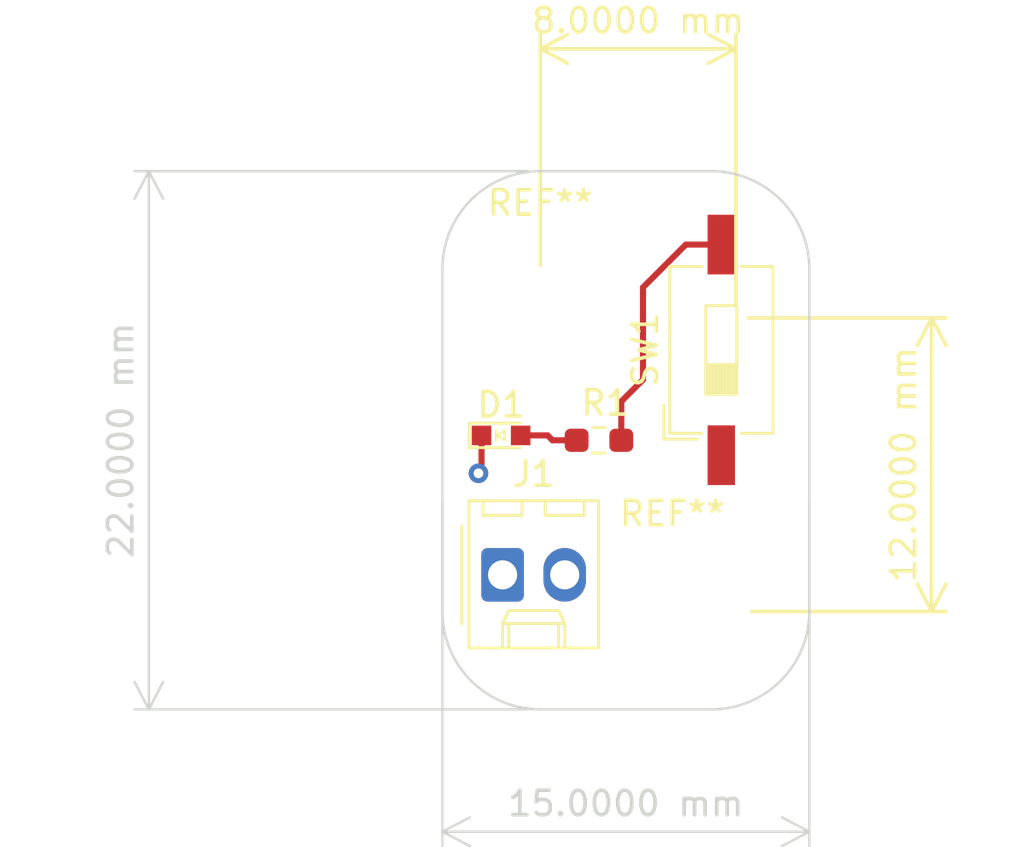
<source format=kicad_pcb>
(kicad_pcb (version 20240108) (generator "pcbnew") (generator_version "8.0")
  (title_block (title "LED Project") (date "2022-08-16") (rev "0.0") (company "Illini Solar Car") (comment 1 "Designed By: Kaiyang Sun"))
  (layers (0 "F.Cu" signal) (31 "B.Cu" signal) (34 "B.Paste" user) (35 "F.Paste" user) (36 "B.SilkS" user "B.Silkscreen") (37 "F.SilkS" user "F.Silkscreen") (38 "B.Mask" user) (39 "F.Mask" user) (44 "Edge.Cuts" user))
  (net 0 "")
  (net 1 "GND")
  (net 2 "Net-(D1-A)")
  (net 3 "+3V3")
  (net 4 "Net-(R1-Pad1)")
  (footprint "Button_Switch_SMD:SW_DIP_SPSTx01_Slide_6.7x4.1mm_W8.61mm_P2.54mm_LowProfile" (layer "F.Cu") (at 133.4 92.305 90)
    (property "Reference" "SW1" (at 0 -3.11 90) (layer "F.SilkS"))
    (property "Value" "SW_Push")
    (fp_line (start -3.65 -2.35) (end -2.267 -2.35) (stroke (width 0.12)) (layer "F.SilkS"))
    (fp_line (start -3.65 -2.35) (end -3.65 -0.967) (stroke (width 0.12)) (layer "F.SilkS"))
    (fp_line (start 3.41 -2.11) (end 3.41 -0.8) (stroke (width 0.12)) (layer "F.SilkS"))
    (fp_line (start -3.41 -2.11) (end 3.41 -2.11) (stroke (width 0.12)) (layer "F.SilkS"))
    (fp_line (start -3.41 -2.11) (end -3.41 -0.8) (stroke (width 0.12)) (layer "F.SilkS"))
    (fp_line (start 1.81 -0.635) (end -1.81 -0.635) (stroke (width 0.12)) (layer "F.SilkS"))
    (fp_line (start -0.603333 -0.635) (end -0.603333 0.635) (stroke (width 0.12)) (layer "F.SilkS"))
    (fp_line (start -1.81 -0.635) (end -1.81 0.635) (stroke (width 0.12)) (layer "F.SilkS"))
    (fp_line (start -1.81 -0.515) (end -0.603333 -0.515) (stroke (width 0.12)) (layer "F.SilkS"))
    (fp_line (start -1.81 -0.395) (end -0.603333 -0.395) (stroke (width 0.12)) (layer "F.SilkS"))
    (fp_line (start -1.81 -0.275) (end -0.603333 -0.275) (stroke (width 0.12)) (layer "F.SilkS"))
    (fp_line (start -1.81 -0.155) (end -0.603333 -0.155) (stroke (width 0.12)) (layer "F.SilkS"))
    (fp_line (start -1.81 -0.035) (end -0.603333 -0.035) (stroke (width 0.12)) (layer "F.SilkS"))
    (fp_line (start -1.81 0.085) (end -0.603333 0.085) (stroke (width 0.12)) (layer "F.SilkS"))
    (fp_line (start -1.81 0.205) (end -0.603333 0.205) (stroke (width 0.12)) (layer "F.SilkS"))
    (fp_line (start -1.81 0.325) (end -0.603333 0.325) (stroke (width 0.12)) (layer "F.SilkS"))
    (fp_line (start -1.81 0.445) (end -0.603333 0.445) (stroke (width 0.12)) (layer "F.SilkS"))
    (fp_line (start -1.81 0.565) (end -0.603333 0.565) (stroke (width 0.12)) (layer "F.SilkS"))
    (fp_line (start 1.81 0.635) (end 1.81 -0.635) (stroke (width 0.12)) (layer "F.SilkS"))
    (fp_line (start -1.81 0.635) (end 1.81 0.635) (stroke (width 0.12)) (layer "F.SilkS"))
    (fp_line (start 3.41 0.8) (end 3.41 2.11) (stroke (width 0.12)) (layer "F.SilkS"))
    (fp_line (start -3.41 0.8) (end -3.41 2.11) (stroke (width 0.12)) (layer "F.SilkS"))
    (fp_line (start -3.41 2.11) (end 3.41 2.11) (stroke (width 0.12)) (layer "F.SilkS"))
    (pad "1" smd rect (at -4.305 0 90) (size 2.44 1.12) (layers "F.Cu" "F.Paste" "F.Mask") (net 3 "+3V3"))
    (pad "2" smd rect (at 4.305 0 90) (size 2.44 1.12) (layers "F.Cu" "F.Paste" "F.Mask") (net 4 "Net-(R1-Pad1)"))
  )
  (footprint "layout:LED_0603_Symbol_on_F.SilkS" (layer "F.Cu") (at 124.4 95.8)
    (property "Reference" "D1" (at 0 -1.25 0) (layer "F.SilkS"))
    (property "Value" "LED_RED")
    (fp_line (start -1.3 -0.5) (end -1.3 0.5) (stroke (width 0.12)) (layer "F.SilkS"))
    (fp_line (start -1.3 -0.5) (end 0.8 -0.5) (stroke (width 0.12)) (layer "F.SilkS"))
    (fp_line (start -1.3 0.5) (end 0.8 0.5) (stroke (width 0.12)) (layer "F.SilkS"))
    (fp_line (start -0.2 -0.2) (end -0.2 0.2) (stroke (width 0.1)) (layer "F.SilkS"))
    (fp_line (start -0.15 0) (end 0.15 -0.2) (stroke (width 0.1)) (layer "F.SilkS"))
    (fp_line (start 0.15 -0.2) (end 0.15 0.2) (stroke (width 0.1)) (layer "F.SilkS"))
    (fp_line (start 0.15 0.2) (end -0.15 0) (stroke (width 0.1)) (layer "F.SilkS"))
    (pad "1" smd rect (at -0.8 0 180) (size 0.8 0.8) (layers "F.Cu" "F.Paste" "F.Mask") (net 1 "GND"))
    (pad "2" smd rect (at 0.8 0 180) (size 0.8 0.8) (layers "F.Cu" "F.Paste" "F.Mask") (net 2 "Net-(D1-A)"))
  )
  (footprint "Connector_Molex:Molex_KK-254_AE-6410-02A_1x02_P2.54mm_Vertical" (layer "F.Cu") (at 124.46 101.5)
    (property "Reference" "J1" (at 1.27 -4.12 0) (layer "F.SilkS"))
    (property "Value" "Conn_01x02")
    (fp_line (start -1.67 -2) (end -1.67 2) (stroke (width 0.12)) (layer "F.SilkS"))
    (fp_line (start -1.38 -3.03) (end -1.38 2.99) (stroke (width 0.12)) (layer "F.SilkS"))
    (fp_line (start -1.38 2.99) (end 3.92 2.99) (stroke (width 0.12)) (layer "F.SilkS"))
    (fp_line (start -0.8 -3.03) (end -0.8 -2.43) (stroke (width 0.12)) (layer "F.SilkS"))
    (fp_line (start -0.8 -2.43) (end 0.8 -2.43) (stroke (width 0.12)) (layer "F.SilkS"))
    (fp_line (start 0 1.99) (end 0.25 1.46) (stroke (width 0.12)) (layer "F.SilkS"))
    (fp_line (start 0 1.99) (end 2.54 1.99) (stroke (width 0.12)) (layer "F.SilkS"))
    (fp_line (start 0 2.99) (end 0 1.99) (stroke (width 0.12)) (layer "F.SilkS"))
    (fp_line (start 0.25 1.46) (end 2.29 1.46) (stroke (width 0.12)) (layer "F.SilkS"))
    (fp_line (start 0.25 2.99) (end 0.25 1.99) (stroke (width 0.12)) (layer "F.SilkS"))
    (fp_line (start 0.8 -2.43) (end 0.8 -3.03) (stroke (width 0.12)) (layer "F.SilkS"))
    (fp_line (start 1.74 -3.03) (end 1.74 -2.43) (stroke (width 0.12)) (layer "F.SilkS"))
    (fp_line (start 1.74 -2.43) (end 3.34 -2.43) (stroke (width 0.12)) (layer "F.SilkS"))
    (fp_line (start 2.29 1.46) (end 2.54 1.99) (stroke (width 0.12)) (layer "F.SilkS"))
    (fp_line (start 2.29 2.99) (end 2.29 1.99) (stroke (width 0.12)) (layer "F.SilkS"))
    (fp_line (start 2.54 1.99) (end 2.54 2.99) (stroke (width 0.12)) (layer "F.SilkS"))
    (fp_line (start 3.34 -2.43) (end 3.34 -3.03) (stroke (width 0.12)) (layer "F.SilkS"))
    (fp_line (start 3.92 -3.03) (end -1.38 -3.03) (stroke (width 0.12)) (layer "F.SilkS"))
    (fp_line (start 3.92 2.99) (end 3.92 -3.03) (stroke (width 0.12)) (layer "F.SilkS"))
    (pad "1" thru_hole roundrect (at 0 0) (size 1.74 2.19) (drill 1.19) (layers "*.Cu" "*.Mask") (roundrect_rratio 0.143678) (net 1 "GND"))
    (pad "2" thru_hole oval (at 2.54 0) (size 1.74 2.19) (drill 1.19) (layers "*.Cu" "*.Mask") (net 3 "+3V3"))
  )
  (footprint "MountingHole:MountingHole_3.2mm_M3" (layer "F.Cu") (at 126 90.5)
    (property "Reference" "REF**" (at 0 -4.2 0) (layer "F.SilkS"))
    (property "Value" "MountingHole_3.2mm_M3")
    (pad "" np_thru_hole circle (at 0 0) (size 3.2 3.2) (drill 3.2) (layers "*.Cu" "*.Mask"))
  )
  (footprint "MountingHole:MountingHole_3.2mm_M3" (layer "F.Cu") (at 133 103)
    (property "Reference" "REF**" (at -1.6 -4 0) (layer "F.SilkS"))
    (property "Value" "MountingHole_3.2mm_M3")
    (pad "" np_thru_hole circle (at 0 0) (size 3.2 3.2) (drill 3.2) (layers "*.Cu" "*.Mask"))
  )
  (footprint "Resistor_SMD:R_0603_1608Metric_Pad0.98x0.95mm_HandSolder" (layer "F.Cu") (at 128.4 96 180)
    (property "Reference" "R1" (at -0.25 1.525 360) (layer "F.SilkS"))
    (property "Value" "105")
    (fp_line (start -0.254724 0.5225) (end 0.254724 0.5225) (stroke (width 0.12)) (layer "F.SilkS"))
    (fp_line (start -0.254724 -0.5225) (end 0.254724 -0.5225) (stroke (width 0.12)) (layer "F.SilkS"))
    (pad "1" smd roundrect (at -0.9125 0 180) (size 0.975 0.95) (layers "F.Cu" "F.Paste" "F.Mask") (net 4 "Net-(R1-Pad1)"))
    (pad "2" smd roundrect (at 0.9125 0 180) (size 0.975 0.95) (layers "F.Cu" "F.Paste" "F.Mask") (net 2 "Net-(D1-A)"))
  )
  (gr_arc (start 122 89) (mid 123.171573 86.171573) (end 126 85) (stroke (width 0.1)) (layer "Edge.Cuts"))
  (gr_line (start 137 89) (end 137 103) (stroke (width 0.1)) (layer "Edge.Cuts"))
  (gr_line (start 133 107) (end 126 107) (stroke (width 0.1)) (layer "Edge.Cuts"))
  (gr_arc (start 137 103) (mid 135.828427 105.828427) (end 133 107) (stroke (width 0.1)) (layer "Edge.Cuts"))
  (gr_arc (start 133 85) (mid 135.828427 86.171573) (end 137 89) (stroke (width 0.1)) (layer "Edge.Cuts"))
  (gr_arc (start 126 107) (mid 123.171573 105.828427) (end 122 103) (stroke (width 0.1)) (layer "Edge.Cuts"))
  (gr_line (start 126 85) (end 133 85) (stroke (width 0.1)) (layer "Edge.Cuts"))
  (gr_line (start 122 103) (end 122 89) (stroke (width 0.1)) (layer "Edge.Cuts"))
  (dimension (type orthogonal) (layer "F.SilkS") (pts (xy 126 90.5) (xy 134 91)) (height -10.5) (orientation 0) (gr_text "8.0000 mm" (at 130 78.85 0) (layer "F.SilkS") (effects (font (size 1 1) (thickness 0.15)))) (format (prefix "") (suffix "") (units 3) (units_format 1) (precision 4)) (style (thickness 0.15) (arrow_length 1.27) (text_position_mode 0) (extension_height 0.58642) (extension_offset 0.5) keep_text_aligned))
  (dimension (type orthogonal) (layer "F.SilkS") (pts (xy 133 103) (xy 134 91)) (height 9) (orientation 1) (gr_text "12.0000 mm" (at 140.85 97 90) (layer "F.SilkS") (effects (font (size 1 1) (thickness 0.15)))) (format (prefix "") (suffix "") (units 3) (units_format 1) (precision 4)) (style (thickness 0.15) (arrow_length 1.27) (text_position_mode 0) (extension_height 0.58642) (extension_offset 0.5) keep_text_aligned))
  (dimension (type orthogonal) (layer "Edge.Cuts") (pts (xy 126 85) (xy 126 107)) (height -16) (orientation 1) (gr_text "22.0000 mm" (at 108.85 96 90) (layer "Edge.Cuts") (effects (font (size 1 1) (thickness 0.15)))) (format (prefix "") (suffix "") (units 3) (units_format 1) (precision 4)) (style (thickness 0.1) (arrow_length 1.27) (text_position_mode 0) (extension_height 0.58642) (extension_offset 0.5) keep_text_aligned))
  (dimension (type orthogonal) (layer "Edge.Cuts") (pts (xy 122 98) (xy 137 98)) (height 14) (orientation 0) (gr_text "15.0000 mm" (at 129.5 110.85 0) (layer "Edge.Cuts") (effects (font (size 1 1) (thickness 0.15)))) (format (prefix "") (suffix "") (units 3) (units_format 1) (precision 4)) (style (thickness 0.1) (arrow_length 1.27) (text_position_mode 0) (extension_height 0.58642) (extension_offset 0.5) keep_text_aligned))
  (segment (start 123.6 97.225) (end 123.475 97.35) (width 0.25) (layer "F.Cu") (net 1))
  (segment (start 123.6 95.8) (end 123.6 97.225) (width 0.25) (layer "F.Cu") (net 1))
  (via (at 123.475 97.35) (size 0.8) (drill 0.4) (layers "F.Cu" "B.Cu") (net 1))
  (segment (start 127.4875 96) (end 126.5 96) (width 0.25) (layer "F.Cu") (net 2))
  (segment (start 126.5 96) (end 126.3 95.8) (width 0.25) (layer "F.Cu") (net 2))
  (segment (start 126.3 95.8) (end 125.2 95.8) (width 0.25) (layer "F.Cu") (net 2))
  (segment (start 127.2875 95.8) (end 127.4875 96) (width 0.25) (layer "F.Cu") (net 2))
  (segment (start 133.4 88) (end 131.95 88) (width 0.25) (layer "F.Cu") (net 4))
  (segment (start 131.95 88) (end 130.2 89.75) (width 0.25) (layer "F.Cu") (net 4))
  (segment (start 129.3125 94.4125) (end 129.3125 96) (width 0.25) (layer "F.Cu") (net 4))
  (segment (start 130.2 93.525) (end 129.3125 94.4125) (width 0.25) (layer "F.Cu") (net 4))
  (segment (start 130.2 89.75) (end 130.2 93.525) (width 0.25) (layer "F.Cu") (net 4))
)
</source>
